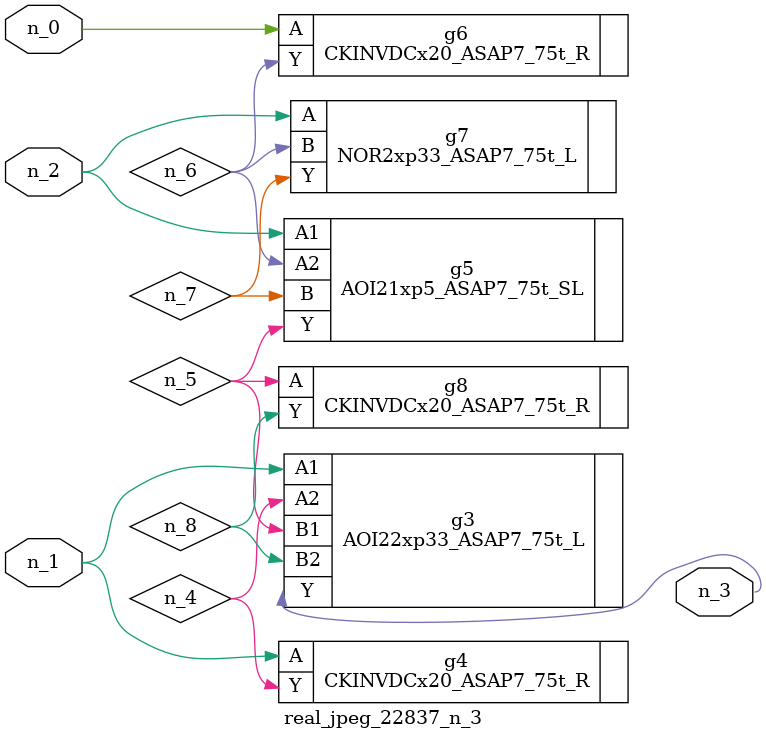
<source format=v>
module real_jpeg_22837_n_3 (n_1, n_0, n_2, n_3);

input n_1;
input n_0;
input n_2;

output n_3;

wire n_5;
wire n_8;
wire n_4;
wire n_6;
wire n_7;

CKINVDCx20_ASAP7_75t_R g6 ( 
.A(n_0),
.Y(n_6)
);

AOI22xp33_ASAP7_75t_L g3 ( 
.A1(n_1),
.A2(n_4),
.B1(n_5),
.B2(n_8),
.Y(n_3)
);

CKINVDCx20_ASAP7_75t_R g4 ( 
.A(n_1),
.Y(n_4)
);

AOI21xp5_ASAP7_75t_SL g5 ( 
.A1(n_2),
.A2(n_6),
.B(n_7),
.Y(n_5)
);

NOR2xp33_ASAP7_75t_L g7 ( 
.A(n_2),
.B(n_6),
.Y(n_7)
);

CKINVDCx20_ASAP7_75t_R g8 ( 
.A(n_5),
.Y(n_8)
);


endmodule
</source>
